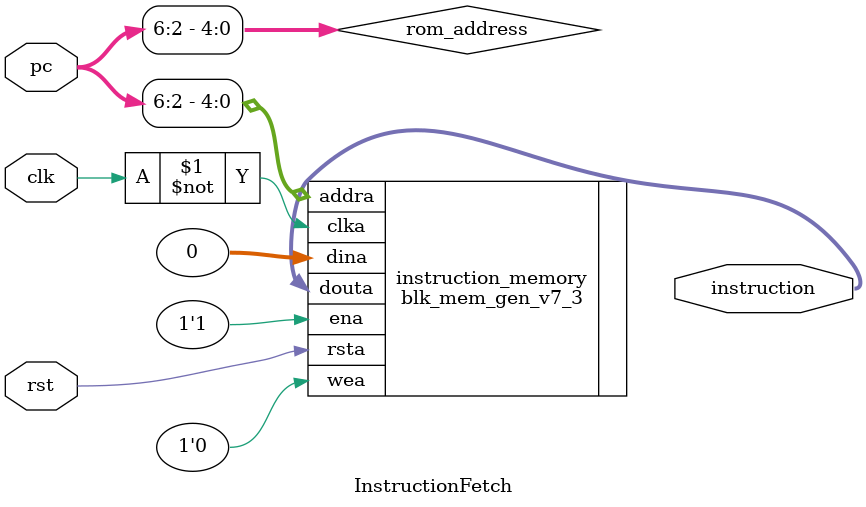
<source format=v>
`timescale 1ns / 1ps
`default_nettype none
/*
Assignment No - 7
Semester - Autumn 2018
Group - 3
Members:
  Suhas Jain - 19CS30048
  Monal Prasad - 19CS30030
*/
//////////////////////////////////////////////////////////////////////////////////

// A module to read the input instructions using the BRAM
module InstructionFetch(input wire [31:0] pc,output wire [31:0] instruction,input wire clk,input wire rst);
	wire [4:0] rom_address;
	assign rom_address = pc[6:2];
	blk_mem_gen_v7_3 instruction_memory(.clka(~clk),.rsta(rst),.ena(1'b1),.wea(1'b0),.addra(rom_address),.dina(32'd0),.douta(instruction));
endmodule

</source>
